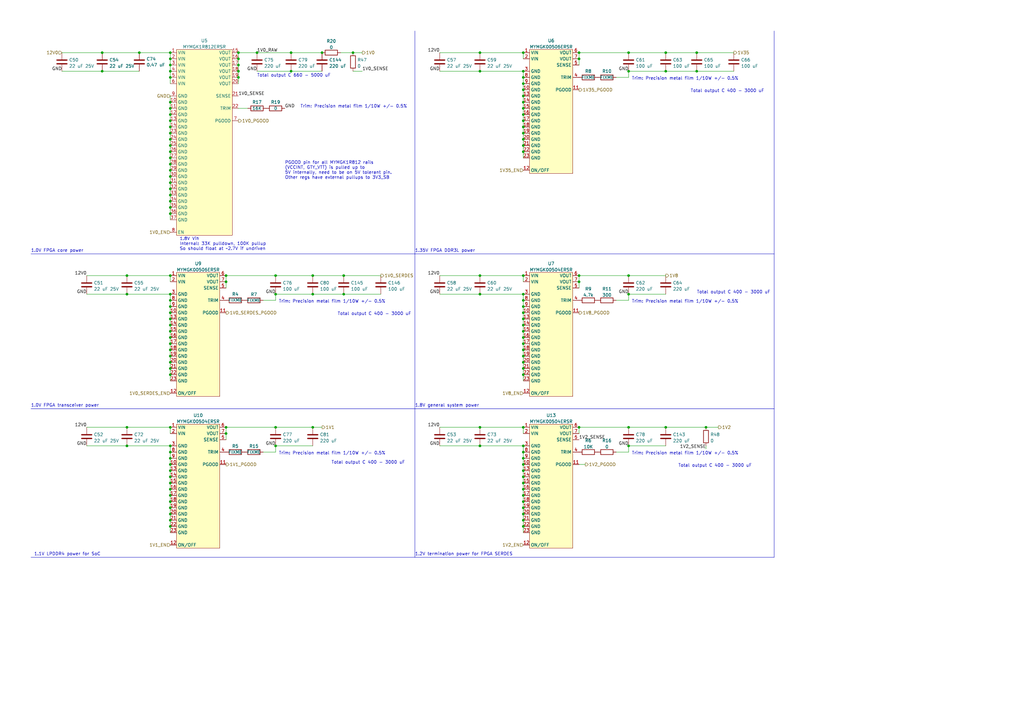
<source format=kicad_sch>
(kicad_sch (version 20231120) (generator "eeschema") (generator_version "8.0")
  (paper "A3")
  (title_block (title "AYRTON Main Board") (date "2024-11-21") (rev "0.1") (company "Antikernel Labs") (comment 1 "Andrew D. Zonenberg"))
  (lib_symbols
    (symbol "MYMGK00504ERSR_1"
      (property "Reference" "U" (at 0 -2.54 0))
      (property "Value" "MYMGK00504ERSR_1" (at 0 -5.08 0))
      (symbol "MYMGK00504ERSR_1_0_1"
        (rectangle (start 0 50.8) (end 17.78 0) (stroke (width 0.1524)) (fill (type background)))
      )
      (symbol "MYMGK00504ERSR_1_1_1"
        (pin power_in line (at -2.54 49.53 0) (length 2.54) (name "VIN") (number "1"))
        (pin power_in line (at -2.54 34.29 0) (length 2.54) (name "GND") (number "10"))
        (pin output line (at 20.32 34.29 180) (length 2.54) (name "PGOOD") (number "11"))
        (pin input line (at -2.54 1.27 0) (length 2.54) (name "ON/OFF") (number "12"))
        (pin power_in line (at -2.54 31.75 0) (length 2.54) (name "GND") (number "13"))
        (pin power_in line (at -2.54 29.21 0) (length 2.54) (name "GND") (number "14"))
        (pin power_in line (at -2.54 26.67 0) (length 2.54) (name "GND") (number "15"))
        (pin power_in line (at -2.54 24.13 0) (length 2.54) (name "GND") (number "16"))
        (pin power_in line (at -2.54 21.59 0) (length 2.54) (name "GND") (number "17"))
        (pin power_in line (at -2.54 19.05 0) (length 2.54) (name "GND") (number "18"))
        (pin power_in line (at -2.54 16.51 0) (length 2.54) (name "GND") (number "19"))
        (pin power_in line (at -2.54 46.99 0) (length 2.54) (name "VIN") (number "2"))
        (pin power_in line (at -2.54 13.97 0) (length 2.54) (name "GND") (number "20"))
        (pin power_in line (at -2.54 11.43 0) (length 2.54) (name "GND") (number "21"))
        (pin power_in line (at -2.54 8.89 0) (length 2.54) (name "GND") (number "22"))
        (pin power_in line (at -2.54 6.35 0) (length 2.54) (name "GND") (number "23"))
        (pin power_in line (at -2.54 41.91 0) (length 2.54) (name "GND") (number "3"))
        (pin input line (at 20.32 39.37 180) (length 2.54) (name "TRIM") (number "4"))
        (pin input line (at 20.32 44.45 180) (length 2.54) (name "SENSE") (number "5"))
        (pin power_out line (at 20.32 49.53 180) (length 2.54) (name "VOUT") (number "6"))
        (pin power_in line (at 20.32 46.99 180) (length 2.54) (name "VOUT") (number "7"))
        (pin power_in line (at -2.54 39.37 0) (length 2.54) (name "GND") (number "8"))
        (pin power_in line (at -2.54 36.83 0) (length 2.54) (name "GND") (number "9"))
      )
    )
    (symbol "MYMGK00504ERSR_3"
      (property "Reference" "U" (at 0 -2.54 0))
      (property "Value" "MYMGK00504ERSR_3" (at 0 -5.08 0))
      (symbol "MYMGK00504ERSR_3_0_1"
        (rectangle (start 0 50.8) (end 17.78 0) (stroke (width 0.1524)) (fill (type background)))
      )
      (symbol "MYMGK00504ERSR_3_1_1"
        (pin power_in line (at -2.54 49.53 0) (length 2.54) (name "VIN") (number "1"))
        (pin power_in line (at -2.54 34.29 0) (length 2.54) (name "GND") (number "10"))
        (pin output line (at 20.32 34.29 180) (length 2.54) (name "PGOOD") (number "11"))
        (pin input line (at -2.54 1.27 0) (length 2.54) (name "ON/OFF") (number "12"))
        (pin power_in line (at -2.54 31.75 0) (length 2.54) (name "GND") (number "13"))
        (pin power_in line (at -2.54 29.21 0) (length 2.54) (name "GND") (number "14"))
        (pin power_in line (at -2.54 26.67 0) (length 2.54) (name "GND") (number "15"))
        (pin power_in line (at -2.54 24.13 0) (length 2.54) (name "GND") (number "16"))
        (pin power_in line (at -2.54 21.59 0) (length 2.54) (name "GND") (number "17"))
        (pin power_in line (at -2.54 19.05 0) (length 2.54) (name "GND") (number "18"))
        (pin power_in line (at -2.54 16.51 0) (length 2.54) (name "GND") (number "19"))
        (pin power_in line (at -2.54 46.99 0) (length 2.54) (name "VIN") (number "2"))
        (pin power_in line (at -2.54 13.97 0) (length 2.54) (name "GND") (number "20"))
        (pin power_in line (at -2.54 11.43 0) (length 2.54) (name "GND") (number "21"))
        (pin power_in line (at -2.54 8.89 0) (length 2.54) (name "GND") (number "22"))
        (pin power_in line (at -2.54 6.35 0) (length 2.54) (name "GND") (number "23"))
        (pin power_in line (at -2.54 41.91 0) (length 2.54) (name "GND") (number "3"))
        (pin input line (at 20.32 39.37 180) (length 2.54) (name "TRIM") (number "4"))
        (pin input line (at 20.32 44.45 180) (length 2.54) (name "SENSE") (number "5"))
        (pin power_out line (at 20.32 49.53 180) (length 2.54) (name "VOUT") (number "6"))
        (pin power_in line (at 20.32 46.99 180) (length 2.54) (name "VOUT") (number "7"))
        (pin power_in line (at -2.54 39.37 0) (length 2.54) (name "GND") (number "8"))
        (pin power_in line (at -2.54 36.83 0) (length 2.54) (name "GND") (number "9"))
      )
    )
    (symbol "device:C" (pin_numbers hide) (pin_names (offset 0.254))
      (property "Reference" "C" (at 0.635 2.54 0))
      (property "Value" "C" (at 0.635 -2.54 0))
      (symbol "C_0_1"
        (polyline (pts (xy -2.032 -0.762) (xy 2.032 -0.762)) (stroke (width 0.508)))
        (polyline (pts (xy -2.032 0.762) (xy 2.032 0.762)) (stroke (width 0.508)))
      )
      (symbol "C_1_1"
        (pin passive line (at 0 3.81 270) (length 2.794) (name "~") (number "1"))
        (pin passive line (at 0 -3.81 90) (length 2.794) (name "~") (number "2"))
      )
    )
    (symbol "device:R" (pin_numbers hide) (pin_names (offset 0))
      (property "Reference" "R" (at 2.032 0 90))
      (property "Value" "R" (at 0 0 90))
      (symbol "R_0_1"
        (rectangle (start -1.016 -2.54) (end 1.016 2.54) (stroke (width 0.254)))
      )
      (symbol "R_1_1"
        (pin passive line (at 0 3.81 270) (length 1.27) (name "~") (number "1"))
        (pin passive line (at 0 -3.81 90) (length 1.27) (name "~") (number "2"))
      )
    )
    (symbol "passive-azonenberg:R_PWR" (pin_numbers hide) (pin_names (offset 0))
      (property "Reference" "R" (at 2.032 0 90))
      (property "Value" "R_PWR" (at 0 0 90))
      (symbol "R_PWR_0_1"
        (rectangle (start -1.016 -2.54) (end 1.016 2.54) (stroke (width 0.254)))
      )
      (symbol "R_PWR_1_1"
        (pin power_out line (at 0 3.81 270) (length 1.27) (name "~") (number "1"))
        (pin power_in line (at 0 -3.81 90) (length 1.27) (name "~") (number "2"))
      )
    )
    (symbol "power-azonenberg:MYMGK00504ERSR"
      (property "Reference" "U" (at 0 -2.54 0))
      (property "Value" "MYMGK00504ERSR" (at 0 -5.08 0))
      (symbol "MYMGK00504ERSR_0_1"
        (rectangle (start 0 50.8) (end 17.78 0) (stroke (width 0.1524)) (fill (type background)))
      )
      (symbol "MYMGK00504ERSR_1_1"
        (pin power_in line (at -2.54 49.53 0) (length 2.54) (name "VIN") (number "1"))
        (pin power_in line (at -2.54 34.29 0) (length 2.54) (name "GND") (number "10"))
        (pin output line (at 20.32 34.29 180) (length 2.54) (name "PGOOD") (number "11"))
        (pin input line (at -2.54 1.27 0) (length 2.54) (name "ON/OFF") (number "12"))
        (pin power_in line (at -2.54 31.75 0) (length 2.54) (name "GND") (number "13"))
        (pin power_in line (at -2.54 29.21 0) (length 2.54) (name "GND") (number "14"))
        (pin power_in line (at -2.54 26.67 0) (length 2.54) (name "GND") (number "15"))
        (pin power_in line (at -2.54 24.13 0) (length 2.54) (name "GND") (number "16"))
        (pin power_in line (at -2.54 21.59 0) (length 2.54) (name "GND") (number "17"))
        (pin power_in line (at -2.54 19.05 0) (length 2.54) (name "GND") (number "18"))
        (pin power_in line (at -2.54 16.51 0) (length 2.54) (name "GND") (number "19"))
        (pin power_in line (at -2.54 46.99 0) (length 2.54) (name "VIN") (number "2"))
        (pin power_in line (at -2.54 13.97 0) (length 2.54) (name "GND") (number "20"))
        (pin power_in line (at -2.54 11.43 0) (length 2.54) (name "GND") (number "21"))
        (pin power_in line (at -2.54 8.89 0) (length 2.54) (name "GND") (number "22"))
        (pin power_in line (at -2.54 6.35 0) (length 2.54) (name "GND") (number "23"))
        (pin power_in line (at -2.54 41.91 0) (length 2.54) (name "GND") (number "3"))
        (pin input line (at 20.32 39.37 180) (length 2.54) (name "TRIM") (number "4"))
        (pin input line (at 20.32 44.45 180) (length 2.54) (name "SENSE") (number "5"))
        (pin power_out line (at 20.32 49.53 180) (length 2.54) (name "VOUT") (number "6"))
        (pin power_in line (at 20.32 46.99 180) (length 2.54) (name "VOUT") (number "7"))
        (pin power_in line (at -2.54 39.37 0) (length 2.54) (name "GND") (number "8"))
        (pin power_in line (at -2.54 36.83 0) (length 2.54) (name "GND") (number "9"))
      )
    )
    (symbol "power-azonenberg:MYMGK1R812ERSR"
      (property "Reference" "U" (at 0 -1.905 0))
      (property "Value" "MYMGK1R812ERSR" (at 0 -3.81 0))
      (symbol "MYMGK1R812ERSR_0_1"
        (rectangle (start 0 76.2) (end 22.86 0) (stroke (width 0.1524)) (fill (type background)))
      )
      (symbol "MYMGK1R812ERSR_1_1"
        (pin power_in line (at -2.54 74.93 0) (length 2.54) (name "VIN") (number "1"))
        (pin power_in line (at -2.54 54.61 0) (length 2.54) (name "GND") (number "10"))
        (pin power_in line (at -2.54 52.07 0) (length 2.54) (name "GND") (number "11"))
        (pin power_in line (at -2.54 49.53 0) (length 2.54) (name "GND") (number "12"))
        (pin power_in line (at -2.54 46.99 0) (length 2.54) (name "GND") (number "13"))
        (pin power_in line (at -2.54 44.45 0) (length 2.54) (name "GND") (number "14"))
        (pin power_out line (at 25.4 74.93 180) (length 2.54) (name "VOUT") (number "15"))
        (pin power_in line (at 25.4 72.39 180) (length 2.54) (name "VOUT") (number "16"))
        (pin power_in line (at 25.4 69.85 180) (length 2.54) (name "VOUT") (number "17"))
        (pin power_in line (at 25.4 67.31 180) (length 2.54) (name "VOUT") (number "18"))
        (pin power_in line (at 25.4 64.77 180) (length 2.54) (name "VOUT") (number "19"))
        (pin power_in line (at -2.54 72.39 0) (length 2.54) (name "VIN") (number "2"))
        (pin power_in line (at 25.4 62.23 180) (length 2.54) (name "VOUT") (number "20"))
        (pin input line (at 25.4 57.15 180) (length 2.54) (name "SENSE") (number "21"))
        (pin input line (at 25.4 52.07 180) (length 2.54) (name "TRIM") (number "22"))
        (pin power_in line (at -2.54 41.91 0) (length 2.54) (name "GND") (number "23"))
        (pin power_in line (at -2.54 39.37 0) (length 2.54) (name "GND") (number "24"))
        (pin power_in line (at -2.54 36.83 0) (length 2.54) (name "GND") (number "25"))
        (pin power_in line (at -2.54 34.29 0) (length 2.54) (name "GND") (number "26"))
        (pin power_in line (at -2.54 31.75 0) (length 2.54) (name "GND") (number "27"))
        (pin power_in line (at -2.54 29.21 0) (length 2.54) (name "GND") (number "28"))
        (pin power_in line (at -2.54 26.67 0) (length 2.54) (name "GND") (number "29"))
        (pin power_in line (at -2.54 69.85 0) (length 2.54) (name "VIN") (number "3"))
        (pin power_in line (at -2.54 24.13 0) (length 2.54) (name "GND") (number "30"))
        (pin power_in line (at -2.54 21.59 0) (length 2.54) (name "GND") (number "31"))
        (pin power_in line (at -2.54 19.05 0) (length 2.54) (name "GND") (number "32"))
        (pin power_in line (at -2.54 16.51 0) (length 2.54) (name "GND") (number "33"))
        (pin power_in line (at -2.54 13.97 0) (length 2.54) (name "GND") (number "34"))
        (pin power_in line (at -2.54 11.43 0) (length 2.54) (name "GND") (number "35"))
        (pin power_in line (at -2.54 8.89 0) (length 2.54) (name "GND") (number "36"))
        (pin power_in line (at -2.54 6.35 0) (length 2.54) (name "GND") (number "37"))
        (pin power_in line (at -2.54 67.31 0) (length 2.54) (name "VIN") (number "4"))
        (pin power_in line (at -2.54 64.77 0) (length 2.54) (name "VIN") (number "5"))
        (pin power_in line (at -2.54 62.23 0) (length 2.54) (name "VIN") (number "6"))
        (pin output line (at 25.4 46.99 180) (length 2.54) (name "PGOOD") (number "7"))
        (pin input line (at -2.54 1.27 0) (length 2.54) (name "EN") (number "8"))
        (pin power_in line (at -2.54 57.15 0) (length 2.54) (name "GND") (number "9"))
      )
    )
  )
  (junction (at 257.81 182.88))
  (junction (at 214.63 130.81))
  (junction (at 285.75 21.59))
  (junction (at 285.75 29.21))
  (junction (at 214.63 123.19))
  (junction (at 257.81 120.65))
  (junction (at 214.63 146.05))
  (junction (at 214.63 195.58))
  (junction (at 214.63 213.36))
  (junction (at 69.85 123.19))
  (junction (at 97.79 21.59))
  (junction (at 214.63 210.82))
  (junction (at 41.91 21.59))
  (junction (at 69.85 67.31))
  (junction (at 69.85 46.99))
  (junction (at 273.05 175.26))
  (junction (at 69.85 87.63))
  (junction (at 214.63 39.37))
  (junction (at 92.71 113.03))
  (junction (at 69.85 44.45))
  (junction (at 69.85 198.12))
  (junction (at 237.49 113.03))
  (junction (at 52.07 113.03))
  (junction (at 119.38 21.59))
  (junction (at 69.85 151.13))
  (junction (at 113.03 175.26))
  (junction (at 69.85 113.03))
  (junction (at 113.03 113.03))
  (junction (at 214.63 36.83))
  (junction (at 69.85 138.43))
  (junction (at 69.85 62.23))
  (junction (at 69.85 153.67))
  (junction (at 214.63 128.27))
  (junction (at 69.85 82.55))
  (junction (at 69.85 85.09))
  (junction (at 52.07 175.26))
  (junction (at 69.85 143.51))
  (junction (at 214.63 49.53))
  (junction (at 69.85 187.96))
  (junction (at 69.85 213.36))
  (junction (at 196.85 120.65))
  (junction (at 140.97 113.03))
  (junction (at 257.81 175.26))
  (junction (at 69.85 146.05))
  (junction (at 69.85 130.81))
  (junction (at 214.63 175.26))
  (junction (at 69.85 182.88))
  (junction (at 69.85 74.93))
  (junction (at 214.63 29.21))
  (junction (at 214.63 140.97))
  (junction (at 69.85 49.53))
  (junction (at 273.05 29.21))
  (junction (at 113.03 120.65))
  (junction (at 214.63 31.75))
  (junction (at 257.81 29.21))
  (junction (at 92.71 175.26))
  (junction (at 140.97 120.65))
  (junction (at 69.85 31.75))
  (junction (at 214.63 193.04))
  (junction (at 52.07 120.65))
  (junction (at 119.38 29.21))
  (junction (at 69.85 200.66))
  (junction (at 105.41 21.59))
  (junction (at 214.63 205.74))
  (junction (at 92.71 177.8))
  (junction (at 214.63 151.13))
  (junction (at 69.85 52.07))
  (junction (at 57.15 21.59))
  (junction (at 41.91 29.21))
  (junction (at 214.63 62.23))
  (junction (at 214.63 198.12))
  (junction (at 214.63 190.5))
  (junction (at 69.85 120.65))
  (junction (at 69.85 135.89))
  (junction (at 214.63 120.65))
  (junction (at 69.85 185.42))
  (junction (at 214.63 54.61))
  (junction (at 214.63 52.07))
  (junction (at 214.63 113.03))
  (junction (at 214.63 187.96))
  (junction (at 69.85 29.21))
  (junction (at 69.85 128.27))
  (junction (at 69.85 208.28))
  (junction (at 113.03 182.88))
  (junction (at 214.63 133.35))
  (junction (at 69.85 195.58))
  (junction (at 69.85 140.97))
  (junction (at 69.85 190.5))
  (junction (at 52.07 182.88))
  (junction (at 69.85 203.2))
  (junction (at 69.85 41.91))
  (junction (at 214.63 215.9))
  (junction (at 273.05 21.59))
  (junction (at 214.63 148.59))
  (junction (at 214.63 57.15))
  (junction (at 97.79 26.67))
  (junction (at 144.78 21.59))
  (junction (at 214.63 125.73))
  (junction (at 214.63 185.42))
  (junction (at 132.08 21.59))
  (junction (at 128.27 113.03))
  (junction (at 196.85 21.59))
  (junction (at 92.71 115.57))
  (junction (at 69.85 193.04))
  (junction (at 128.27 120.65))
  (junction (at 214.63 46.99))
  (junction (at 257.81 113.03))
  (junction (at 214.63 135.89))
  (junction (at 69.85 210.82))
  (junction (at 69.85 64.77))
  (junction (at 289.56 175.26))
  (junction (at 69.85 215.9))
  (junction (at 97.79 29.21))
  (junction (at 214.63 182.88))
  (junction (at 69.85 77.47))
  (junction (at 196.85 29.21))
  (junction (at 69.85 148.59))
  (junction (at 69.85 80.01))
  (junction (at 214.63 59.69))
  (junction (at 69.85 125.73))
  (junction (at 257.81 21.59))
  (junction (at 97.79 31.75))
  (junction (at 237.49 175.26))
  (junction (at 128.27 175.26))
  (junction (at 214.63 44.45))
  (junction (at 69.85 26.67))
  (junction (at 69.85 133.35))
  (junction (at 214.63 143.51))
  (junction (at 214.63 41.91))
  (junction (at 214.63 208.28))
  (junction (at 69.85 205.74))
  (junction (at 69.85 72.39))
  (junction (at 196.85 175.26))
  (junction (at 69.85 54.61))
  (junction (at 69.85 59.69))
  (junction (at 69.85 175.26))
  (junction (at 69.85 69.85))
  (junction (at 69.85 24.13))
  (junction (at 196.85 182.88))
  (junction (at 214.63 200.66))
  (junction (at 97.79 24.13))
  (junction (at 196.85 113.03))
  (junction (at 214.63 21.59))
  (junction (at 214.63 153.67))
  (junction (at 214.63 203.2))
  (junction (at 214.63 34.29))
  (junction (at 237.49 21.59))
  (junction (at 69.85 57.15))
  (junction (at 237.49 24.13))
  (junction (at 69.85 21.59))
  (junction (at 237.49 115.57))
  (junction (at 214.63 138.43))
  (wire (pts (xy 69.85 133.35) (xy 69.85 135.89)))
  (wire (pts (xy 214.63 151.13) (xy 214.63 153.67)))
  (wire (pts (xy 285.75 21.59) (xy 300.99 21.59)))
  (wire (pts (xy 113.03 113.03) (xy 128.27 113.03)))
  (wire (pts (xy 214.63 146.05) (xy 214.63 148.59)))
  (wire (pts (xy 69.85 123.19) (xy 69.85 125.73)))
  (wire (pts (xy 69.85 205.74) (xy 69.85 208.28)))
  (polyline (pts (xy 317.5 12.7) (xy 317.5 104.14)))
  (wire (pts (xy 113.03 185.42) (xy 113.03 182.88)))
  (wire (pts (xy 214.63 44.45) (xy 214.63 46.99)))
  (wire (pts (xy 107.95 185.42) (xy 113.03 185.42)))
  (polyline (pts (xy 170.18 12.7) (xy 170.18 104.14)))
  (wire (pts (xy 69.85 44.45) (xy 69.85 46.99)))
  (wire (pts (xy 214.63 120.65) (xy 214.63 123.19)))
  (wire (pts (xy 214.63 128.27) (xy 214.63 130.81)))
  (wire (pts (xy 257.81 21.59) (xy 273.05 21.59)))
  (wire (pts (xy 214.63 113.03) (xy 214.63 115.57)))
  (wire (pts (xy 257.81 175.26) (xy 273.05 175.26)))
  (wire (pts (xy 214.63 36.83) (xy 214.63 39.37)))
  (wire (pts (xy 237.49 175.26) (xy 257.81 175.26)))
  (polyline (pts (xy 12.7 104.14) (xy 170.18 104.14)))
  (wire (pts (xy 144.78 29.21) (xy 148.59 29.21)))
  (wire (pts (xy 69.85 24.13) (xy 69.85 26.67)))
  (wire (pts (xy 214.63 59.69) (xy 214.63 62.23)))
  (wire (pts (xy 69.85 215.9) (xy 69.85 218.44)))
  (wire (pts (xy 69.85 135.89) (xy 69.85 138.43)))
  (wire (pts (xy 214.63 190.5) (xy 214.63 193.04)))
  (wire (pts (xy 214.63 123.19) (xy 214.63 125.73)))
  (wire (pts (xy 69.85 39.37) (xy 69.85 41.91)))
  (wire (pts (xy 140.97 120.65) (xy 156.21 120.65)))
  (wire (pts (xy 214.63 187.96) (xy 214.63 190.5)))
  (wire (pts (xy 69.85 138.43) (xy 69.85 140.97)))
  (wire (pts (xy 113.03 120.65) (xy 128.27 120.65)))
  (wire (pts (xy 119.38 21.59) (xy 132.08 21.59)))
  (wire (pts (xy 214.63 49.53) (xy 214.63 52.07)))
  (wire (pts (xy 52.07 182.88) (xy 69.85 182.88)))
  (wire (pts (xy 214.63 21.59) (xy 214.63 24.13)))
  (wire (pts (xy 214.63 148.59) (xy 214.63 151.13)))
  (wire (pts (xy 128.27 175.26) (xy 132.08 175.26)))
  (wire (pts (xy 214.63 198.12) (xy 214.63 200.66)))
  (wire (pts (xy 214.63 57.15) (xy 214.63 59.69)))
  (wire (pts (xy 196.85 21.59) (xy 214.63 21.59)))
  (wire (pts (xy 35.56 182.88) (xy 52.07 182.88)))
  (wire (pts (xy 214.63 193.04) (xy 214.63 195.58)))
  (wire (pts (xy 69.85 143.51) (xy 69.85 146.05)))
  (wire (pts (xy 52.07 175.26) (xy 69.85 175.26)))
  (wire (pts (xy 41.91 21.59) (xy 57.15 21.59)))
  (wire (pts (xy 25.4 29.21) (xy 41.91 29.21)))
  (wire (pts (xy 69.85 130.81) (xy 69.85 133.35)))
  (wire (pts (xy 69.85 182.88) (xy 69.85 185.42)))
  (wire (pts (xy 214.63 185.42) (xy 214.63 187.96)))
  (wire (pts (xy 69.85 77.47) (xy 69.85 80.01)))
  (wire (pts (xy 144.78 21.59) (xy 148.59 21.59)))
  (wire (pts (xy 69.85 31.75) (xy 69.85 34.29)))
  (wire (pts (xy 35.56 120.65) (xy 52.07 120.65)))
  (wire (pts (xy 69.85 208.28) (xy 69.85 210.82)))
  (wire (pts (xy 214.63 46.99) (xy 214.63 49.53)))
  (wire (pts (xy 196.85 113.03) (xy 214.63 113.03)))
  (wire (pts (xy 69.85 82.55) (xy 69.85 85.09)))
  (wire (pts (xy 69.85 29.21) (xy 69.85 31.75)))
  (wire (pts (xy 69.85 140.97) (xy 69.85 143.51)))
  (wire (pts (xy 196.85 29.21) (xy 214.63 29.21)))
  (wire (pts (xy 69.85 26.67) (xy 69.85 29.21)))
  (wire (pts (xy 69.85 153.67) (xy 69.85 156.21)))
  (wire (pts (xy 69.85 120.65) (xy 69.85 123.19)))
  (wire (pts (xy 97.79 29.21) (xy 97.79 31.75)))
  (polyline (pts (xy 317.5 228.6) (xy 170.18 228.6)))
  (wire (pts (xy 107.95 123.19) (xy 113.03 123.19)))
  (wire (pts (xy 273.05 175.26) (xy 289.56 175.26)))
  (wire (pts (xy 180.34 120.65) (xy 196.85 120.65)))
  (wire (pts (xy 180.34 175.26) (xy 196.85 175.26)))
  (wire (pts (xy 69.85 185.42) (xy 69.85 187.96)))
  (wire (pts (xy 97.79 21.59) (xy 97.79 24.13)))
  (polyline (pts (xy 12.7 167.64) (xy 170.18 167.64)))
  (wire (pts (xy 140.97 113.03) (xy 156.21 113.03)))
  (wire (pts (xy 252.73 31.75) (xy 257.81 31.75)))
  (wire (pts (xy 97.79 21.59) (xy 105.41 21.59)))
  (wire (pts (xy 214.63 208.28) (xy 214.63 210.82)))
  (wire (pts (xy 69.85 49.53) (xy 69.85 52.07)))
  (wire (pts (xy 214.63 41.91) (xy 214.63 44.45)))
  (wire (pts (xy 69.85 200.66) (xy 69.85 203.2)))
  (wire (pts (xy 119.38 29.21) (xy 132.08 29.21)))
  (wire (pts (xy 69.85 80.01) (xy 69.85 82.55)))
  (wire (pts (xy 214.63 143.51) (xy 214.63 146.05)))
  (wire (pts (xy 128.27 120.65) (xy 140.97 120.65)))
  (polyline (pts (xy 317.5 167.64) (xy 317.5 228.6)))
  (wire (pts (xy 214.63 130.81) (xy 214.63 133.35)))
  (wire (pts (xy 113.03 123.19) (xy 113.03 120.65)))
  (wire (pts (xy 52.07 113.03) (xy 69.85 113.03)))
  (wire (pts (xy 237.49 177.8) (xy 237.49 175.26)))
  (wire (pts (xy 237.49 113.03) (xy 257.81 113.03)))
  (wire (pts (xy 214.63 175.26) (xy 214.63 177.8)))
  (wire (pts (xy 69.85 72.39) (xy 69.85 74.93)))
  (wire (pts (xy 214.63 52.07) (xy 214.63 54.61)))
  (wire (pts (xy 214.63 54.61) (xy 214.63 57.15)))
  (wire (pts (xy 69.85 151.13) (xy 69.85 153.67)))
  (wire (pts (xy 35.56 113.03) (xy 52.07 113.03)))
  (wire (pts (xy 69.85 57.15) (xy 69.85 59.69)))
  (wire (pts (xy 180.34 29.21) (xy 196.85 29.21)))
  (wire (pts (xy 214.63 34.29) (xy 214.63 36.83)))
  (wire (pts (xy 69.85 74.93) (xy 69.85 77.47)))
  (wire (pts (xy 25.4 21.59) (xy 41.91 21.59)))
  (wire (pts (xy 69.85 64.77) (xy 69.85 67.31)))
  (wire (pts (xy 214.63 125.73) (xy 214.63 128.27)))
  (wire (pts (xy 214.63 213.36) (xy 214.63 215.9)))
  (wire (pts (xy 69.85 41.91) (xy 69.85 44.45)))
  (wire (pts (xy 237.49 24.13) (xy 237.49 21.59)))
  (wire (pts (xy 69.85 125.73) (xy 69.85 128.27)))
  (wire (pts (xy 92.71 113.03) (xy 113.03 113.03)))
  (wire (pts (xy 69.85 148.59) (xy 69.85 151.13)))
  (wire (pts (xy 69.85 69.85) (xy 69.85 72.39)))
  (wire (pts (xy 69.85 85.09) (xy 69.85 87.63)))
  (wire (pts (xy 69.85 175.26) (xy 69.85 177.8)))
  (wire (pts (xy 257.81 29.21) (xy 273.05 29.21)))
  (wire (pts (xy 69.85 52.07) (xy 69.85 54.61)))
  (wire (pts (xy 196.85 182.88) (xy 214.63 182.88)))
  (wire (pts (xy 214.63 133.35) (xy 214.63 135.89)))
  (wire (pts (xy 214.63 200.66) (xy 214.63 203.2)))
  (wire (pts (xy 180.34 113.03) (xy 196.85 113.03)))
  (wire (pts (xy 214.63 195.58) (xy 214.63 198.12)))
  (wire (pts (xy 196.85 175.26) (xy 214.63 175.26)))
  (polyline (pts (xy 317.5 104.14) (xy 317.5 167.64)))
  (polyline (pts (xy 170.18 104.14) (xy 170.18 167.64)))
  (wire (pts (xy 257.81 31.75) (xy 257.81 29.21)))
  (wire (pts (xy 97.79 26.67) (xy 97.79 29.21)))
  (wire (pts (xy 69.85 195.58) (xy 69.85 198.12)))
  (wire (pts (xy 97.79 31.75) (xy 97.79 34.29)))
  (wire (pts (xy 237.49 24.13) (xy 237.49 26.67)))
  (wire (pts (xy 69.85 54.61) (xy 69.85 57.15)))
  (wire (pts (xy 237.49 115.57) (xy 237.49 113.03)))
  (wire (pts (xy 113.03 175.26) (xy 128.27 175.26)))
  (wire (pts (xy 92.71 115.57) (xy 92.71 113.03)))
  (wire (pts (xy 69.85 62.23) (xy 69.85 64.77)))
  (wire (pts (xy 214.63 135.89) (xy 214.63 138.43)))
  (wire (pts (xy 97.79 44.45) (xy 101.6 44.45)))
  (wire (pts (xy 214.63 62.23) (xy 214.63 64.77)))
  (wire (pts (xy 257.81 182.88) (xy 273.05 182.88)))
  (wire (pts (xy 92.71 115.57) (xy 92.71 118.11)))
  (wire (pts (xy 214.63 182.88) (xy 214.63 185.42)))
  (polyline (pts (xy 317.5 104.14) (xy 170.18 104.14)))
  (wire (pts (xy 113.03 182.88) (xy 128.27 182.88)))
  (wire (pts (xy 180.34 182.88) (xy 196.85 182.88)))
  (wire (pts (xy 273.05 21.59) (xy 285.75 21.59)))
  (wire (pts (xy 92.71 177.8) (xy 92.71 175.26)))
  (wire (pts (xy 214.63 205.74) (xy 214.63 208.28)))
  (wire (pts (xy 41.91 29.21) (xy 57.15 29.21)))
  (wire (pts (xy 196.85 120.65) (xy 214.63 120.65)))
  (wire (pts (xy 69.85 87.63) (xy 69.85 90.17)))
  (wire (pts (xy 289.56 175.26) (xy 294.64 175.26)))
  (wire (pts (xy 257.81 123.19) (xy 257.81 120.65)))
  (wire (pts (xy 257.81 113.03) (xy 273.05 113.03)))
  (wire (pts (xy 92.71 175.26) (xy 113.03 175.26)))
  (wire (pts (xy 285.75 29.21) (xy 300.99 29.21)))
  (wire (pts (xy 128.27 113.03) (xy 140.97 113.03)))
  (wire (pts (xy 214.63 203.2) (xy 214.63 205.74)))
  (wire (pts (xy 257.81 185.42) (xy 257.81 182.88)))
  (wire (pts (xy 92.71 177.8) (xy 92.71 180.34)))
  (wire (pts (xy 35.56 175.26) (xy 52.07 175.26)))
  (wire (pts (xy 69.85 203.2) (xy 69.85 205.74)))
  (wire (pts (xy 69.85 187.96) (xy 69.85 190.5)))
  (wire (pts (xy 214.63 29.21) (xy 214.63 31.75)))
  (wire (pts (xy 69.85 46.99) (xy 69.85 49.53)))
  (wire (pts (xy 69.85 198.12) (xy 69.85 200.66)))
  (polyline (pts (xy 170.18 167.64) (xy 170.18 228.6)))
  (wire (pts (xy 69.85 59.69) (xy 69.85 62.23)))
  (wire (pts (xy 214.63 140.97) (xy 214.63 143.51)))
  (wire (pts (xy 214.63 215.9) (xy 214.63 218.44)))
  (wire (pts (xy 69.85 113.03) (xy 69.85 115.57)))
  (wire (pts (xy 97.79 24.13) (xy 97.79 26.67)))
  (wire (pts (xy 69.85 128.27) (xy 69.85 130.81)))
  (polyline (pts (xy 317.5 167.64) (xy 170.18 167.64)))
  (wire (pts (xy 105.41 21.59) (xy 119.38 21.59)))
  (wire (pts (xy 57.15 21.59) (xy 69.85 21.59)))
  (wire (pts (xy 214.63 39.37) (xy 214.63 41.91)))
  (wire (pts (xy 69.85 21.59) (xy 69.85 24.13)))
  (wire (pts (xy 139.7 21.59) (xy 144.78 21.59)))
  (wire (pts (xy 237.49 190.5) (xy 240.03 190.5)))
  (wire (pts (xy 69.85 193.04) (xy 69.85 195.58)))
  (wire (pts (xy 52.07 120.65) (xy 69.85 120.65)))
  (wire (pts (xy 105.41 29.21) (xy 119.38 29.21)))
  (wire (pts (xy 214.63 210.82) (xy 214.63 213.36)))
  (wire (pts (xy 237.49 115.57) (xy 237.49 118.11)))
  (wire (pts (xy 252.73 123.19) (xy 257.81 123.19)))
  (wire (pts (xy 289.56 182.88) (xy 289.56 184.15)))
  (wire (pts (xy 69.85 213.36) (xy 69.85 215.9)))
  (wire (pts (xy 69.85 190.5) (xy 69.85 193.04)))
  (polyline (pts (xy 12.7 228.6) (xy 170.18 228.6)))
  (wire (pts (xy 273.05 29.21) (xy 285.75 29.21)))
  (wire (pts (xy 237.49 21.59) (xy 257.81 21.59)))
  (wire (pts (xy 69.85 146.05) (xy 69.85 148.59)))
  (wire (pts (xy 252.73 185.42) (xy 257.81 185.42)))
  (wire (pts (xy 180.34 21.59) (xy 196.85 21.59)))
  (wire (pts (xy 69.85 67.31) (xy 69.85 69.85)))
  (wire (pts (xy 69.85 210.82) (xy 69.85 213.36)))
  (wire (pts (xy 257.81 120.65) (xy 273.05 120.65)))
  (wire (pts (xy 214.63 138.43) (xy 214.63 140.97)))
  (wire (pts (xy 214.63 31.75) (xy 214.63 34.29)))
  (wire (pts (xy 214.63 153.67) (xy 214.63 156.21)))
  (text "1.0V FPGA core power" (at 12.7 102.87 0) (effects (font (size 1.27 1.27)) (justify left)))
  (text "Total output C 400 - 3000 uF" (at 283.21 38.1 0) (effects (font (size 1.27 1.27)) (justify left bottom)))
  (text "Total output C 400 - 3000 uF" (at 135.89 190.5 0) (effects (font (size 1.27 1.27)) (justify left bottom)))
  (text "Total output C 400 - 3000 uF" (at 278.13 191.77 0) (effects (font (size 1.27 1.27)) (justify left bottom)))
  (text "Trim: Precision metal film 1/10W +/- 0.5%" (at 114.3 124.46 0) (effects (font (size 1.27 1.27)) (justify left bottom)))
  (text "1.1V LPDDR4 power for SoC" (at 13.97 227.33 0) (effects (font (size 1.27 1.27)) (justify left)))
  (text "Trim: Precision metal film 1/10W +/- 0.5%" (at 259.08 33.02 0) (effects (font (size 1.27 1.27)) (justify left bottom)))
  (text "1.0V FPGA transceiver power" (at 12.7 166.37 0) (effects (font (size 1.27 1.27)) (justify left)))
  (text "Total output C 660 - 5000 uF" (at 105.41 31.75 0) (effects (font (size 1.27 1.27)) (justify left bottom)))
  (text "Total output C 400 - 3000 uF" (at 285.75 120.65 0) (effects (font (size 1.27 1.27)) (justify left bottom)))
  (text "Trim: Precision metal film 1/10W +/- 0.5%" (at 259.08 186.69 0) (effects (font (size 1.27 1.27)) (justify left bottom)))
  (text "Trim: Precision metal film 1/10W +/- 0.5%" (at 123.19 44.45 0) (effects (font (size 1.27 1.27)) (justify left bottom)))
  (text "1.2V termination power for FPGA SERDES" (at 170.18 227.33 0) (effects (font (size 1.27 1.27)) (justify left)))
  (text "1.35V FPGA DDR3L power" (at 170.18 102.87 0) (effects (font (size 1.27 1.27)) (justify left)))
  (text "PGOOD pin for all MYMGK1R812 rails\n(VCCINT, GTY_VTT) is pulled up to\n5V internally, need to be on 5V tolerant pin.\nOther regs have external pullups to 3V3_SB" (at 116.84 73.66 0) (effects (font (size 1.27 1.27)) (justify left bottom)))
  (text "1.8V Vih\nInternal: 33K pulldown, 100K pullup\nSo should float at ~2.7V if undriven" (at 73.66 102.87 0) (effects (font (size 1.27 1.27)) (justify left bottom)))
  (text "Trim: Precision metal film 1/10W +/- 0.5%" (at 114.3 186.69 0) (effects (font (size 1.27 1.27)) (justify left bottom)))
  (text "Total output C 400 - 3000 uF" (at 138.43 129.54 0) (effects (font (size 1.27 1.27)) (justify left bottom)))
  (text "Trim: Precision metal film 1/10W +/- 0.5%" (at 259.08 124.46 0) (effects (font (size 1.27 1.27)) (justify left bottom)))
  (text "1.8V general system power" (at 170.18 166.37 0) (effects (font (size 1.27 1.27)) (justify left)))
  (label "GND" (at 113.03 182.88 180))
  (label "GND" (at 257.81 182.88 180))
  (label "1V0_SENSE" (at 148.59 29.21 0))
  (label "12V0" (at 180.34 21.59 180))
  (label "GND" (at 180.34 29.21 180))
  (label "GND" (at 257.81 29.21 180))
  (label "GND" (at 113.03 120.65 180))
  (label "12V0" (at 180.34 113.03 180))
  (label "1V2_SENSE" (at 289.56 184.15 180))
  (label "GND" (at 35.56 120.65 180))
  (label "1V0_SENSE" (at 97.79 39.37 0))
  (label "GND" (at 35.56 182.88 180))
  (label "GND" (at 257.81 120.65 180))
  (label "GND" (at 105.41 29.21 180))
  (label "GND" (at 116.84 44.45 0))
  (label "12V0" (at 35.56 113.03 180))
  (label "GND" (at 25.4 29.21 180))
  (label "12V0" (at 180.34 175.26 180))
  (label "12V0" (at 35.56 175.26 180))
  (label "1V2_SENSE" (at 237.49 180.34 0))
  (label "GND" (at 180.34 182.88 180))
  (label "GND" (at 180.34 120.65 180))
  (label "1V0_RAW" (at 105.41 21.59 0))
  (hierarchical_label "1V1_EN" (shape input) (at 69.85 223.52 180))
  (hierarchical_label "1V1" (shape output) (at 132.08 175.26 0))
  (hierarchical_label "1V35_EN" (shape input) (at 214.63 69.85 180))
  (hierarchical_label "1V8_EN" (shape input) (at 214.63 161.29 180))
  (hierarchical_label "1V2" (shape output) (at 294.64 175.26 0))
  (hierarchical_label "1V0_EN" (shape input) (at 69.85 95.25 180))
  (hierarchical_label "1V2_PGOOD" (shape output) (at 240.03 190.5 0))
  (hierarchical_label "1V0_SERDES" (shape output) (at 156.21 113.03 0))
  (hierarchical_label "1V8_PGOOD" (shape output) (at 237.49 128.27 0))
  (hierarchical_label "1V0_SERDES_PGOOD" (shape output) (at 92.71 128.27 0))
  (hierarchical_label "1V0_PGOOD" (shape output) (at 97.79 49.53 0))
  (hierarchical_label "1V2_EN" (shape input) (at 214.63 223.52 180))
  (hierarchical_label "GND" (shape input) (at 69.85 39.37 180))
  (hierarchical_label "1V35_PGOOD" (shape output) (at 237.49 36.83 0))
  (hierarchical_label "1V0_SERDES_EN" (shape input) (at 69.85 161.29 180))
  (hierarchical_label "1V0" (shape output) (at 148.59 21.59 0))
  (hierarchical_label "1V8" (shape output) (at 273.05 113.03 0))
  (hierarchical_label "1V1_PGOOD" (shape output) (at 92.71 190.5 0))
  (hierarchical_label "1V35" (shape output) (at 300.99 21.59 0))
  (hierarchical_label "12V0" (shape input) (at 25.4 21.59 180))
  (symbol (lib_id "device:R") (at 241.3 123.19 90) (unit 1)
    (property "Reference" "R9" (at 241.3 118.4742 90))
    (property "Value" "4.7k" (at 241.3 121.0111 90))
    (property "Footprint" "azonenberg_pcb:EIA_0402_RES_NOSILK" (effects (hide yes)))
  )
  (symbol (lib_id "device:R") (at 104.14 185.42 270) (unit 1)
    (property "Reference" "R15" (at 104.14 182.9957 90))
    (property "Value" "FIXME" (at 104.14 185.42 90))
    (property "Footprint" "azonenberg_pcb:EIA_0402_RES_NOSILK" (effects (hide yes)))
  )
  (symbol (lib_id "device:C") (at 180.34 116.84 0) (unit 1)
    (property "Reference" "C58" (at 183.261 116.0053 0) (effects (justify left)))
    (property "Value" "22 uF 25V" (at 183.261 118.5422 0) (effects (justify left)))
    (property "Footprint" "azonenberg_pcb:EIA_1812_CAP_NOSILK" (effects (hide yes)))
  )
  (symbol (lib_name "MYMGK00504ERSR_3") (lib_id "power-azonenberg:MYMGK00504ERSR") (at 217.17 162.56 0) (unit 1)
    (property "Reference" "U7" (at 226.06 108.111 0))
    (property "Value" "MYMGK00504ERSR" (at 226.06 110.6479 0))
    (property "Footprint" "azonenberg_pcb:MODULE_MURATA_MYMGK00504ERSR" (effects (hide yes)))
  )
  (symbol (lib_id "device:C") (at 180.34 179.07 0) (unit 1)
    (property "Reference" "C53" (at 183.261 178.2353 0) (effects (justify left)))
    (property "Value" "22 uF 25V" (at 183.261 180.7722 0) (effects (justify left)))
    (property "Footprint" "azonenberg_pcb:EIA_1812_CAP_NOSILK" (effects (hide yes)))
  )
  (symbol (lib_id "device:C") (at 273.05 179.07 0) (unit 1)
    (property "Reference" "C143" (at 275.971 178.2353 0) (effects (justify left)))
    (property "Value" "220 uF" (at 275.971 180.7722 0) (effects (justify left)))
    (property "Footprint" "azonenberg_pcb:EIA_1210_CAP_NOSILK" (effects (hide yes)))
  )
  (symbol (lib_name "MYMGK00504ERSR_1") (lib_id "power-azonenberg:MYMGK00504ERSR") (at 72.39 224.79 0) (unit 1)
    (property "Reference" "U10" (at 81.28 170.341 0))
    (property "Value" "MYMGK00504ERSR" (at 81.28 172.8779 0))
    (property "Footprint" "azonenberg_pcb:MODULE_MURATA_MYMGK00504ERSR" (effects (hide yes)))
  )
  (symbol (lib_id "device:R") (at 104.14 123.19 270) (unit 1)
    (property "Reference" "R7" (at 104.14 120.7657 90))
    (property "Value" "FIXME" (at 104.14 123.19 90))
    (property "Footprint" "azonenberg_pcb:EIA_0402_RES_NOSILK" (effects (hide yes)))
  )
  (symbol (lib_id "device:C") (at 52.07 179.07 0) (unit 1)
    (property "Reference" "C72" (at 54.991 178.2353 0) (effects (justify left)))
    (property "Value" "22 uF 25V" (at 54.991 180.7722 0) (effects (justify left)))
    (property "Footprint" "azonenberg_pcb:EIA_1812_CAP_NOSILK" (effects (hide yes)))
  )
  (symbol (lib_id "power-azonenberg:MYMGK00504ERSR") (at 217.17 71.12 0) (unit 1)
    (property "Reference" "U6" (at 226.06 16.671 0))
    (property "Value" "MYMGK00506ERSR" (at 226.06 19.2079 0))
    (property "Footprint" "azonenberg_pcb:MODULE_MURATA_MYMGK00504ERSR" (effects (hide yes)))
  )
  (symbol (lib_id "device:C") (at 285.75 25.4 0) (unit 1)
    (property "Reference" "C65" (at 288.671 24.5653 0) (effects (justify left)))
    (property "Value" "100 uF" (at 288.671 27.1022 0) (effects (justify left)))
    (property "Footprint" "azonenberg_pcb:EIA_1210_CAP_NOSILK" (effects (hide yes)))
  )
  (symbol (lib_id "device:R") (at 96.52 123.19 90) (unit 1)
    (property "Reference" "R4" (at 96.52 120.65 90))
    (property "Value" "FIXME" (at 96.52 123.0743 90))
    (property "Footprint" "azonenberg_pcb:EIA_0402_RES_NOSILK" (effects (hide yes)))
  )
  (symbol (lib_name "MYMGK00504ERSR_1") (lib_id "power-azonenberg:MYMGK00504ERSR") (at 217.17 224.79 0) (unit 1)
    (property "Reference" "U13" (at 226.06 170.341 0))
    (property "Value" "MYMGK00504ERSR" (at 226.06 172.8779 0))
    (property "Footprint" "azonenberg_pcb:MODULE_MURATA_MYMGK00504ERSR" (effects (hide yes)))
  )
  (symbol (lib_id "device:C") (at 273.05 116.84 0) (unit 1)
    (property "Reference" "C64" (at 275.971 116.0053 0) (effects (justify left)))
    (property "Value" "220 uF" (at 275.971 118.5422 0) (effects (justify left)))
    (property "Footprint" "azonenberg_pcb:EIA_1210_CAP_NOSILK" (effects (hide yes)))
  )
  (symbol (lib_id "device:C") (at 196.85 179.07 0) (unit 1)
    (property "Reference" "C73" (at 199.771 178.2353 0) (effects (justify left)))
    (property "Value" "22 uF 25V" (at 199.771 180.7722 0) (effects (justify left)))
    (property "Footprint" "azonenberg_pcb:EIA_1812_CAP_NOSILK" (effects (hide yes)))
  )
  (symbol (lib_id "device:R") (at 144.78 25.4 180) (unit 1)
    (property "Reference" "R47" (at 146.558 24.5653 0) (effects (justify right)))
    (property "Value" "0" (at 146.558 27.1022 0) (effects (justify right)))
    (property "Footprint" "azonenberg_pcb:EIA_0402_RES_NOSILK" (effects (hide yes)))
  )
  (symbol (lib_id "device:R") (at 241.3 185.42 90) (unit 1)
    (property "Reference" "R6" (at 241.3 180.7042 90))
    (property "Value" "10K" (at 241.3 183.2411 90))
    (property "Footprint" "azonenberg_pcb:EIA_0402_RES_NOSILK" (effects (hide yes)))
  )
  (symbol (lib_id "device:C") (at 257.81 116.84 0) (unit 1)
    (property "Reference" "C62" (at 260.731 116.0053 0) (effects (justify left)))
    (property "Value" "220 uF" (at 260.731 118.5422 0) (effects (justify left)))
    (property "Footprint" "azonenberg_pcb:EIA_1210_CAP_NOSILK" (effects (hide yes)))
  )
  (symbol (lib_id "device:C") (at 196.85 25.4 0) (unit 1)
    (property "Reference" "C59" (at 199.771 24.5653 0) (effects (justify left)))
    (property "Value" "22 uF 25V" (at 199.771 27.1022 0) (effects (justify left)))
    (property "Footprint" "azonenberg_pcb:EIA_1812_CAP_NOSILK" (effects (hide yes)))
  )
  (symbol (lib_id "device:C") (at 257.81 179.07 0) (unit 1)
    (property "Reference" "C78" (at 260.731 178.2353 0) (effects (justify left)))
    (property "Value" "220 uF" (at 260.731 180.7722 0) (effects (justify left)))
    (property "Footprint" "azonenberg_pcb:EIA_1210_CAP_NOSILK" (effects (hide yes)))
  )
  (symbol (lib_id "device:C") (at 300.99 25.4 0) (unit 1)
    (property "Reference" "C66" (at 303.911 24.5653 0) (effects (justify left)))
    (property "Value" "100 uF" (at 303.911 27.1022 0) (effects (justify left)))
    (property "Footprint" "azonenberg_pcb:EIA_1210_CAP_NOSILK" (effects (hide yes)))
  )
  (symbol (lib_id "power-azonenberg:MYMGK00504ERSR") (at 72.39 162.56 0) (unit 1)
    (property "Reference" "U9" (at 81.28 108.111 0))
    (property "Value" "MYMGK00506ERSR" (at 81.28 110.6479 0))
    (property "Footprint" "azonenberg_pcb:MODULE_MURATA_MYMGK00504ERSR" (effects (hide yes)))
  )
  (symbol (lib_id "device:R") (at 248.92 185.42 270) (unit 1)
    (property "Reference" "R16" (at 248.92 180.7042 90))
    (property "Value" "0" (at 248.92 183.2411 90))
    (property "Footprint" "azonenberg_pcb:EIA_0402_RES_NOSILK" (effects (hide yes)))
  )
  (symbol (lib_id "device:C") (at 113.03 116.84 0) (unit 1)
    (property "Reference" "C76" (at 115.951 116.0053 0) (effects (justify left)))
    (property "Value" "100 uF" (at 115.951 118.5422 0) (effects (justify left)))
    (property "Footprint" "azonenberg_pcb:EIA_1210_CAP_NOSILK" (effects (hide yes)))
  )
  (symbol (lib_id "device:C") (at 105.41 25.4 0) (unit 1)
    (property "Reference" "C75" (at 108.331 24.5653 0) (effects (justify left)))
    (property "Value" "220 uF" (at 108.331 27.1022 0) (effects (justify left)))
    (property "Footprint" "azonenberg_pcb:EIA_1210_CAP_NOSILK" (effects (hide yes)))
  )
  (symbol (lib_id "passive-azonenberg:R_PWR") (at 135.89 21.59 270) (unit 1)
    (property "Reference" "R20" (at 135.89 16.8742 90))
    (property "Value" "0" (at 135.89 19.4111 90))
    (property "Footprint" "azonenberg_pcb:EIA_0402_RES_NOSILK" (effects (hide yes)))
  )
  (symbol (lib_id "device:C") (at 128.27 116.84 0) (unit 1)
    (property "Reference" "C80" (at 131.191 116.0053 0) (effects (justify left)))
    (property "Value" "100 uF" (at 131.191 118.5422 0) (effects (justify left)))
    (property "Footprint" "azonenberg_pcb:EIA_1210_CAP_NOSILK" (effects (hide yes)))
  )
  (symbol (lib_id "device:C") (at 132.08 25.4 0) (unit 1)
    (property "Reference" "C144" (at 135.001 24.5653 0) (effects (justify left)))
    (property "Value" "220 uF" (at 135.001 27.1022 0) (effects (justify left)))
    (property "Footprint" "azonenberg_pcb:EIA_1210_CAP_NOSILK" (effects (hide yes)))
  )
  (symbol (lib_id "device:C") (at 35.56 116.84 0) (unit 1)
    (property "Reference" "C51" (at 38.481 116.0053 0) (effects (justify left)))
    (property "Value" "22 uF 25V" (at 38.481 118.5422 0) (effects (justify left)))
    (property "Footprint" "azonenberg_pcb:EIA_1812_CAP_NOSILK" (effects (hide yes)))
  )
  (symbol (lib_id "device:R") (at 241.3 31.75 90) (unit 1)
    (property "Reference" "R8" (at 241.3 29.21 90))
    (property "Value" "FIXME" (at 241.3 31.75 90))
    (property "Footprint" "azonenberg_pcb:EIA_0402_RES_NOSILK" (effects (hide yes)))
  )
  (symbol (lib_id "device:C") (at 140.97 116.84 0) (unit 1)
    (property "Reference" "C145" (at 143.891 116.0053 0) (effects (justify left)))
    (property "Value" "100 uF" (at 143.891 118.5422 0) (effects (justify left)))
    (property "Footprint" "azonenberg_pcb:EIA_1210_CAP_NOSILK" (effects (hide yes)))
  )
  (symbol (lib_id "device:C") (at 57.15 25.4 0) (unit 1)
    (property "Reference" "C74" (at 60.071 24.1878 0) (effects (justify left)))
    (property "Value" "0.47 uF" (at 60.071 26.6121 0) (effects (justify left)))
    (property "Description" "Unpolarized capacitor" (effects (hide yes)))
  )
  (symbol (lib_id "device:R") (at 96.52 185.42 90) (unit 1)
    (property "Reference" "R5" (at 96.52 182.9957 90))
    (property "Value" "FIXME" (at 96.52 185.42 90))
    (property "Footprint" "azonenberg_pcb:EIA_0402_RES_NOSILK" (effects (hide yes)))
  )
  (symbol (lib_id "device:R") (at 113.03 44.45 270) (unit 1)
    (property "Reference" "R19" (at 113.03 41.91 90))
    (property "Value" "0" (at 113.03 44.45 90))
    (property "Footprint" "azonenberg_pcb:EIA_0402_RES_NOSILK" (effects (hide yes)))
  )
  (symbol (lib_id "device:C") (at 156.21 116.84 0) (unit 1)
    (property "Reference" "C146" (at 159.131 116.0053 0) (effects (justify left)))
    (property "Value" "100 uF" (at 159.131 118.5422 0) (effects (justify left)))
    (property "Footprint" "azonenberg_pcb:EIA_1210_CAP_NOSILK" (effects (hide yes)))
  )
  (symbol (lib_id "device:R") (at 248.92 31.75 270) (unit 1)
    (property "Reference" "R10" (at 248.92 29.21 90))
    (property "Value" "FIXME" (at 248.92 31.75 90))
    (property "Footprint" "azonenberg_pcb:EIA_0402_RES_NOSILK" (effects (hide yes)))
  )
  (symbol (lib_id "device:C") (at 113.03 179.07 0) (unit 1)
    (property "Reference" "C77" (at 115.951 178.2353 0) (effects (justify left)))
    (property "Value" "220 uF" (at 115.951 180.7722 0) (effects (justify left)))
    (property "Footprint" "azonenberg_pcb:EIA_1210_CAP_NOSILK" (effects (hide yes)))
  )
  (symbol (lib_id "device:C") (at 196.85 116.84 0) (unit 1)
    (property "Reference" "C60" (at 199.771 116.0053 0) (effects (justify left)))
    (property "Value" "22 uF 25V" (at 199.771 118.5422 0) (effects (justify left)))
    (property "Footprint" "azonenberg_pcb:EIA_1812_CAP_NOSILK" (effects (hide yes)))
  )
  (symbol (lib_id "power-azonenberg:MYMGK1R812ERSR") (at 72.39 96.52 0) (unit 1)
    (property "Reference" "U5" (at 83.82 16.671 0))
    (property "Value" "MYMGK1R812ERSR" (at 83.82 19.2079 0))
    (property "Footprint" "azonenberg_pcb:MODULE_MURATA_MYMGK1R812" (effects (hide yes)))
  )
  (symbol (lib_id "device:C") (at 35.56 179.07 0) (unit 1)
    (property "Reference" "C52" (at 38.481 178.2353 0) (effects (justify left)))
    (property "Value" "22 uF 25V" (at 38.481 180.7722 0) (effects (justify left)))
    (property "Footprint" "azonenberg_pcb:EIA_1812_CAP_NOSILK" (effects (hide yes)))
  )
  (symbol (lib_id "device:C") (at 119.38 25.4 0) (unit 1)
    (property "Reference" "C79" (at 122.301 24.5653 0) (effects (justify left)))
    (property "Value" "220 uF" (at 122.301 27.1022 0) (effects (justify left)))
    (property "Footprint" "azonenberg_pcb:EIA_1210_CAP_NOSILK" (effects (hide yes)))
  )
  (symbol (lib_id "device:C") (at 128.27 179.07 0) (unit 1)
    (property "Reference" "C81" (at 131.191 178.2353 0) (effects (justify left)))
    (property "Value" "220 uF" (at 131.191 180.7722 0) (effects (justify left)))
    (property "Footprint" "azonenberg_pcb:EIA_1210_CAP_NOSILK" (effects (hide yes)))
  )
  (symbol (lib_id "device:C") (at 41.91 25.4 0) (unit 1)
    (property "Reference" "C54" (at 44.831 24.5653 0) (effects (justify left)))
    (property "Value" "22 uF 25V" (at 44.831 27.1022 0) (effects (justify left)))
    (property "Footprint" "azonenberg_pcb:EIA_1812_CAP_NOSILK" (effects (hide yes)))
  )
  (symbol (lib_id "device:R") (at 289.56 179.07 0) (unit 1)
    (property "Reference" "R48" (at 291.338 178.2353 0) (effects (justify left)))
    (property "Value" "0" (at 291.338 180.7722 0) (effects (justify left)))
    (property "Footprint" "azonenberg_pcb:EIA_0402_RES_NOSILK" (effects (hide yes)))
  )
  (symbol (lib_id "device:C") (at 257.81 25.4 0) (unit 1)
    (property "Reference" "C61" (at 260.731 24.5653 0) (effects (justify left)))
    (property "Value" "100 uF" (at 260.731 27.1022 0) (effects (justify left)))
    (property "Footprint" "azonenberg_pcb:EIA_1210_CAP_NOSILK" (effects (hide yes)))
  )
  (symbol (lib_id "device:R") (at 248.92 123.19 270) (unit 1)
    (property "Reference" "R11" (at 248.92 118.4742 90))
    (property "Value" "300" (at 248.92 121.0111 90))
    (property "Footprint" "azonenberg_pcb:EIA_0402_RES_NOSILK" (effects (hide yes)))
  )
  (symbol (lib_id "device:C") (at 52.07 116.84 0) (unit 1)
    (property "Reference" "C55" (at 54.991 116.0053 0) (effects (justify left)))
    (property "Value" "22 uF 25V" (at 54.991 118.5422 0) (effects (justify left)))
    (property "Footprint" "azonenberg_pcb:EIA_1812_CAP_NOSILK" (effects (hide yes)))
  )
  (symbol (lib_id "device:R") (at 105.41 44.45 90) (unit 1)
    (property "Reference" "R17" (at 105.41 41.91 90))
    (property "Value" "16K" (at 105.41 44.45 90))
    (property "Footprint" "azonenberg_pcb:EIA_0402_RES_NOSILK" (effects (hide yes)))
  )
  (symbol (lib_id "device:C") (at 273.05 25.4 0) (unit 1)
    (property "Reference" "C63" (at 275.971 24.5653 0) (effects (justify left)))
    (property "Value" "100 uF" (at 275.971 27.1022 0) (effects (justify left)))
    (property "Footprint" "azonenberg_pcb:EIA_1210_CAP_NOSILK" (effects (hide yes)))
  )
  (symbol (lib_id "device:C") (at 25.4 25.4 0) (unit 1)
    (property "Reference" "C50" (at 28.321 24.5653 0) (effects (justify left)))
    (property "Value" "22 uF 25V" (at 28.321 27.1022 0) (effects (justify left)))
    (property "Footprint" "azonenberg_pcb:EIA_1812_CAP_NOSILK" (effects (hide yes)))
  )
  (symbol (lib_id "device:C") (at 180.34 25.4 0) (unit 1)
    (property "Reference" "C57" (at 183.261 24.5653 0) (effects (justify left)))
    (property "Value" "22 uF 25V" (at 183.261 27.1022 0) (effects (justify left)))
    (property "Footprint" "azonenberg_pcb:EIA_1812_CAP_NOSILK" (effects (hide yes)))
  )
)
</source>
